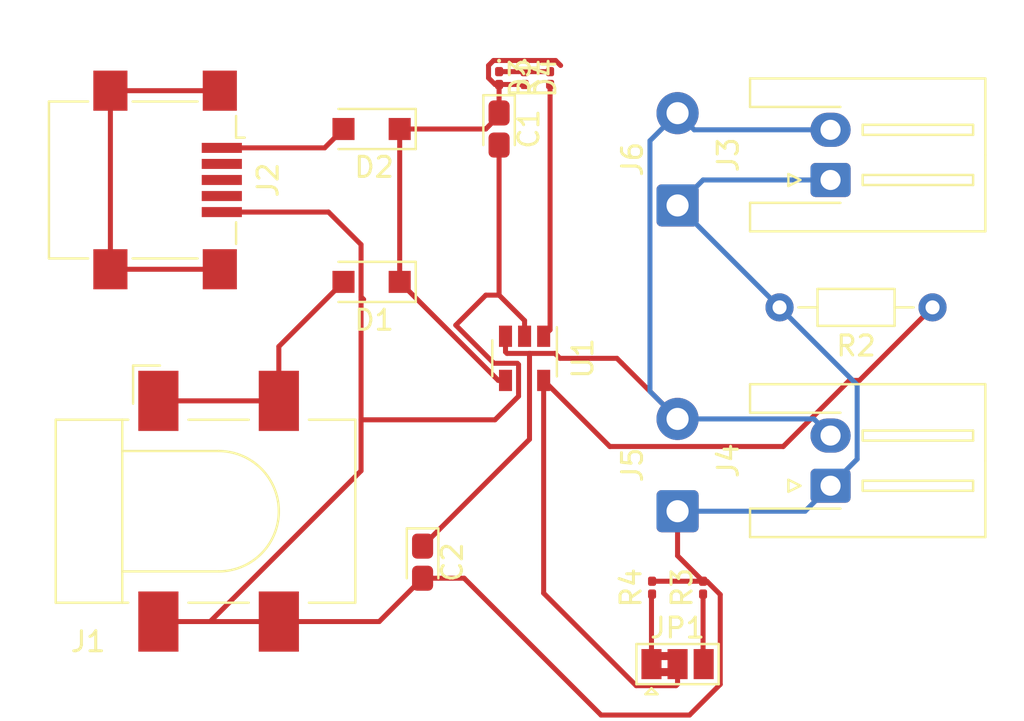
<source format=kicad_pcb>
(kicad_pcb (version 20171130) (host pcbnew "(5.1.10)-1")

  (general
    (thickness 1.6)
    (drawings 0)
    (tracks 98)
    (zones 0)
    (modules 18)
    (nets 15)
  )

  (page A4)
  (layers
    (0 F.Cu signal)
    (31 B.Cu signal)
    (32 B.Adhes user)
    (33 F.Adhes user)
    (34 B.Paste user)
    (35 F.Paste user)
    (36 B.SilkS user)
    (37 F.SilkS user)
    (38 B.Mask user)
    (39 F.Mask user)
    (40 Dwgs.User user)
    (41 Cmts.User user)
    (42 Eco1.User user)
    (43 Eco2.User user)
    (44 Edge.Cuts user)
    (45 Margin user)
    (46 B.CrtYd user)
    (47 F.CrtYd user)
    (48 B.Fab user)
    (49 F.Fab user)
  )

  (setup
    (last_trace_width 0.25)
    (trace_clearance 0.2)
    (zone_clearance 0.508)
    (zone_45_only no)
    (trace_min 0.2)
    (via_size 0.8)
    (via_drill 0.4)
    (via_min_size 0.4)
    (via_min_drill 0.3)
    (uvia_size 0.3)
    (uvia_drill 0.1)
    (uvias_allowed no)
    (uvia_min_size 0.2)
    (uvia_min_drill 0.1)
    (edge_width 0.05)
    (segment_width 0.2)
    (pcb_text_width 0.3)
    (pcb_text_size 1.5 1.5)
    (mod_edge_width 0.12)
    (mod_text_size 1 1)
    (mod_text_width 0.15)
    (pad_size 1.524 1.524)
    (pad_drill 0.762)
    (pad_to_mask_clearance 0)
    (aux_axis_origin 0 0)
    (visible_elements FFFFFF7F)
    (pcbplotparams
      (layerselection 0x010fc_ffffffff)
      (usegerberextensions false)
      (usegerberattributes true)
      (usegerberadvancedattributes true)
      (creategerberjobfile true)
      (excludeedgelayer true)
      (linewidth 0.100000)
      (plotframeref false)
      (viasonmask false)
      (mode 1)
      (useauxorigin false)
      (hpglpennumber 1)
      (hpglpenspeed 20)
      (hpglpendiameter 15.000000)
      (psnegative false)
      (psa4output false)
      (plotreference true)
      (plotvalue true)
      (plotinvisibletext false)
      (padsonsilk false)
      (subtractmaskfromsilk false)
      (outputformat 1)
      (mirror false)
      (drillshape 1)
      (scaleselection 1)
      (outputdirectory ""))
  )

  (net 0 "")
  (net 1 "Net-(C1-Pad1)")
  (net 2 Earth)
  (net 3 "Net-(C2-Pad1)")
  (net 4 "Net-(D1-Pad2)")
  (net 5 "Net-(D2-Pad2)")
  (net 6 "Net-(D3-Pad1)")
  (net 7 "Net-(J2-Pad2)")
  (net 8 "Net-(J2-Pad3)")
  (net 9 "Net-(J2-Pad4)")
  (net 10 "Net-(J2-Pad6)")
  (net 11 "Net-(JP1-Pad1)")
  (net 12 "Net-(JP1-Pad3)")
  (net 13 "Net-(JP1-Pad2)")
  (net 14 "Net-(R1-Pad1)")

  (net_class Default "This is the default net class."
    (clearance 0.2)
    (trace_width 0.25)
    (via_dia 0.8)
    (via_drill 0.4)
    (uvia_dia 0.3)
    (uvia_drill 0.1)
    (add_net Earth)
    (add_net "Net-(C1-Pad1)")
    (add_net "Net-(C2-Pad1)")
    (add_net "Net-(D1-Pad2)")
    (add_net "Net-(D2-Pad2)")
    (add_net "Net-(D3-Pad1)")
    (add_net "Net-(J2-Pad2)")
    (add_net "Net-(J2-Pad3)")
    (add_net "Net-(J2-Pad4)")
    (add_net "Net-(J2-Pad6)")
    (add_net "Net-(JP1-Pad1)")
    (add_net "Net-(JP1-Pad2)")
    (add_net "Net-(JP1-Pad3)")
    (add_net "Net-(R1-Pad1)")
  )

  (module Capacitor_Tantalum_SMD:CP_EIA-1608-08_AVX-J_Pad1.25x1.05mm_HandSolder (layer F.Cu) (tedit 5EBA9318) (tstamp 610F67AD)
    (at 196.85 134.62 270)
    (descr "Tantalum Capacitor SMD AVX-J (1608-08 Metric), IPC_7351 nominal, (Body size from: https://www.vishay.com/docs/48064/_t58_vmn_pt0471_1601.pdf), generated with kicad-footprint-generator")
    (tags "capacitor tantalum")
    (path /610E3DF0)
    (attr smd)
    (fp_text reference C1 (at 0 -1.48 90) (layer F.SilkS)
      (effects (font (size 1 1) (thickness 0.15)))
    )
    (fp_text value 1.7uF (at 0 1.48 90) (layer F.Fab)
      (effects (font (size 1 1) (thickness 0.15)))
    )
    (fp_line (start 1.68 0.78) (end -1.68 0.78) (layer F.CrtYd) (width 0.05))
    (fp_line (start 1.68 -0.78) (end 1.68 0.78) (layer F.CrtYd) (width 0.05))
    (fp_line (start -1.68 -0.78) (end 1.68 -0.78) (layer F.CrtYd) (width 0.05))
    (fp_line (start -1.68 0.78) (end -1.68 -0.78) (layer F.CrtYd) (width 0.05))
    (fp_line (start -1.685 0.785) (end 0.8 0.785) (layer F.SilkS) (width 0.12))
    (fp_line (start -1.685 -0.785) (end -1.685 0.785) (layer F.SilkS) (width 0.12))
    (fp_line (start 0.8 -0.785) (end -1.685 -0.785) (layer F.SilkS) (width 0.12))
    (fp_line (start 0.8 0.425) (end 0.8 -0.425) (layer F.Fab) (width 0.1))
    (fp_line (start -0.8 0.425) (end 0.8 0.425) (layer F.Fab) (width 0.1))
    (fp_line (start -0.8 -0.125) (end -0.8 0.425) (layer F.Fab) (width 0.1))
    (fp_line (start -0.5 -0.425) (end -0.8 -0.125) (layer F.Fab) (width 0.1))
    (fp_line (start 0.8 -0.425) (end -0.5 -0.425) (layer F.Fab) (width 0.1))
    (fp_text user %R (at 0 0 90) (layer F.Fab)
      (effects (font (size 0.4 0.4) (thickness 0.06)))
    )
    (pad 1 smd roundrect (at -0.8 0 270) (size 1.25 1.05) (layers F.Cu F.Paste F.Mask) (roundrect_rratio 0.238095)
      (net 1 "Net-(C1-Pad1)"))
    (pad 2 smd roundrect (at 0.8 0 270) (size 1.25 1.05) (layers F.Cu F.Paste F.Mask) (roundrect_rratio 0.238095)
      (net 2 Earth))
    (model ${KISYS3DMOD}/Capacitor_Tantalum_SMD.3dshapes/CP_EIA-1608-08_AVX-J.wrl
      (at (xyz 0 0 0))
      (scale (xyz 1 1 1))
      (rotate (xyz 0 0 0))
    )
  )

  (module Capacitor_Tantalum_SMD:CP_EIA-1608-08_AVX-J_Pad1.25x1.05mm_HandSolder (layer F.Cu) (tedit 5EBA9318) (tstamp 610F67C0)
    (at 193.04 156.21 270)
    (descr "Tantalum Capacitor SMD AVX-J (1608-08 Metric), IPC_7351 nominal, (Body size from: https://www.vishay.com/docs/48064/_t58_vmn_pt0471_1601.pdf), generated with kicad-footprint-generator")
    (tags "capacitor tantalum")
    (path /610EB361)
    (attr smd)
    (fp_text reference C2 (at 0 -1.48 90) (layer F.SilkS)
      (effects (font (size 1 1) (thickness 0.15)))
    )
    (fp_text value 4.7uF (at 0 1.48 90) (layer F.Fab)
      (effects (font (size 1 1) (thickness 0.15)))
    )
    (fp_text user %R (at 0 0 90) (layer F.Fab)
      (effects (font (size 0.4 0.4) (thickness 0.06)))
    )
    (fp_line (start 0.8 -0.425) (end -0.5 -0.425) (layer F.Fab) (width 0.1))
    (fp_line (start -0.5 -0.425) (end -0.8 -0.125) (layer F.Fab) (width 0.1))
    (fp_line (start -0.8 -0.125) (end -0.8 0.425) (layer F.Fab) (width 0.1))
    (fp_line (start -0.8 0.425) (end 0.8 0.425) (layer F.Fab) (width 0.1))
    (fp_line (start 0.8 0.425) (end 0.8 -0.425) (layer F.Fab) (width 0.1))
    (fp_line (start 0.8 -0.785) (end -1.685 -0.785) (layer F.SilkS) (width 0.12))
    (fp_line (start -1.685 -0.785) (end -1.685 0.785) (layer F.SilkS) (width 0.12))
    (fp_line (start -1.685 0.785) (end 0.8 0.785) (layer F.SilkS) (width 0.12))
    (fp_line (start -1.68 0.78) (end -1.68 -0.78) (layer F.CrtYd) (width 0.05))
    (fp_line (start -1.68 -0.78) (end 1.68 -0.78) (layer F.CrtYd) (width 0.05))
    (fp_line (start 1.68 -0.78) (end 1.68 0.78) (layer F.CrtYd) (width 0.05))
    (fp_line (start 1.68 0.78) (end -1.68 0.78) (layer F.CrtYd) (width 0.05))
    (pad 2 smd roundrect (at 0.8 0 270) (size 1.25 1.05) (layers F.Cu F.Paste F.Mask) (roundrect_rratio 0.238095)
      (net 2 Earth))
    (pad 1 smd roundrect (at -0.8 0 270) (size 1.25 1.05) (layers F.Cu F.Paste F.Mask) (roundrect_rratio 0.238095)
      (net 3 "Net-(C2-Pad1)"))
    (model ${KISYS3DMOD}/Capacitor_Tantalum_SMD.3dshapes/CP_EIA-1608-08_AVX-J.wrl
      (at (xyz 0 0 0))
      (scale (xyz 1 1 1))
      (rotate (xyz 0 0 0))
    )
  )

  (module Diode_SMD:D_SOD-123F (layer F.Cu) (tedit 587F7769) (tstamp 610F67D9)
    (at 190.5 142.24 180)
    (descr D_SOD-123F)
    (tags D_SOD-123F)
    (path /610E83E5)
    (attr smd)
    (fp_text reference D1 (at -0.127 -1.905) (layer F.SilkS)
      (effects (font (size 1 1) (thickness 0.15)))
    )
    (fp_text value MBRA140 (at 0 2.1) (layer F.Fab)
      (effects (font (size 1 1) (thickness 0.15)))
    )
    (fp_text user %R (at -0.127 -1.905) (layer F.Fab)
      (effects (font (size 1 1) (thickness 0.15)))
    )
    (fp_line (start -2.2 -1) (end -2.2 1) (layer F.SilkS) (width 0.12))
    (fp_line (start 0.25 0) (end 0.75 0) (layer F.Fab) (width 0.1))
    (fp_line (start 0.25 0.4) (end -0.35 0) (layer F.Fab) (width 0.1))
    (fp_line (start 0.25 -0.4) (end 0.25 0.4) (layer F.Fab) (width 0.1))
    (fp_line (start -0.35 0) (end 0.25 -0.4) (layer F.Fab) (width 0.1))
    (fp_line (start -0.35 0) (end -0.35 0.55) (layer F.Fab) (width 0.1))
    (fp_line (start -0.35 0) (end -0.35 -0.55) (layer F.Fab) (width 0.1))
    (fp_line (start -0.75 0) (end -0.35 0) (layer F.Fab) (width 0.1))
    (fp_line (start -1.4 0.9) (end -1.4 -0.9) (layer F.Fab) (width 0.1))
    (fp_line (start 1.4 0.9) (end -1.4 0.9) (layer F.Fab) (width 0.1))
    (fp_line (start 1.4 -0.9) (end 1.4 0.9) (layer F.Fab) (width 0.1))
    (fp_line (start -1.4 -0.9) (end 1.4 -0.9) (layer F.Fab) (width 0.1))
    (fp_line (start -2.2 -1.15) (end 2.2 -1.15) (layer F.CrtYd) (width 0.05))
    (fp_line (start 2.2 -1.15) (end 2.2 1.15) (layer F.CrtYd) (width 0.05))
    (fp_line (start 2.2 1.15) (end -2.2 1.15) (layer F.CrtYd) (width 0.05))
    (fp_line (start -2.2 -1.15) (end -2.2 1.15) (layer F.CrtYd) (width 0.05))
    (fp_line (start -2.2 1) (end 1.65 1) (layer F.SilkS) (width 0.12))
    (fp_line (start -2.2 -1) (end 1.65 -1) (layer F.SilkS) (width 0.12))
    (pad 2 smd rect (at 1.4 0 180) (size 1.1 1.1) (layers F.Cu F.Paste F.Mask)
      (net 4 "Net-(D1-Pad2)"))
    (pad 1 smd rect (at -1.4 0 180) (size 1.1 1.1) (layers F.Cu F.Paste F.Mask)
      (net 1 "Net-(C1-Pad1)"))
    (model ${KISYS3DMOD}/Diode_SMD.3dshapes/D_SOD-123F.wrl
      (at (xyz 0 0 0))
      (scale (xyz 1 1 1))
      (rotate (xyz 0 0 0))
    )
  )

  (module Diode_SMD:D_SOD-123F (layer F.Cu) (tedit 587F7769) (tstamp 610F67F2)
    (at 190.5 134.62 180)
    (descr D_SOD-123F)
    (tags D_SOD-123F)
    (path /610E2532)
    (attr smd)
    (fp_text reference D2 (at -0.127 -1.905) (layer F.SilkS)
      (effects (font (size 1 1) (thickness 0.15)))
    )
    (fp_text value MBRA140 (at 0 2.1) (layer F.Fab)
      (effects (font (size 1 1) (thickness 0.15)))
    )
    (fp_line (start -2.2 -1) (end 1.65 -1) (layer F.SilkS) (width 0.12))
    (fp_line (start -2.2 1) (end 1.65 1) (layer F.SilkS) (width 0.12))
    (fp_line (start -2.2 -1.15) (end -2.2 1.15) (layer F.CrtYd) (width 0.05))
    (fp_line (start 2.2 1.15) (end -2.2 1.15) (layer F.CrtYd) (width 0.05))
    (fp_line (start 2.2 -1.15) (end 2.2 1.15) (layer F.CrtYd) (width 0.05))
    (fp_line (start -2.2 -1.15) (end 2.2 -1.15) (layer F.CrtYd) (width 0.05))
    (fp_line (start -1.4 -0.9) (end 1.4 -0.9) (layer F.Fab) (width 0.1))
    (fp_line (start 1.4 -0.9) (end 1.4 0.9) (layer F.Fab) (width 0.1))
    (fp_line (start 1.4 0.9) (end -1.4 0.9) (layer F.Fab) (width 0.1))
    (fp_line (start -1.4 0.9) (end -1.4 -0.9) (layer F.Fab) (width 0.1))
    (fp_line (start -0.75 0) (end -0.35 0) (layer F.Fab) (width 0.1))
    (fp_line (start -0.35 0) (end -0.35 -0.55) (layer F.Fab) (width 0.1))
    (fp_line (start -0.35 0) (end -0.35 0.55) (layer F.Fab) (width 0.1))
    (fp_line (start -0.35 0) (end 0.25 -0.4) (layer F.Fab) (width 0.1))
    (fp_line (start 0.25 -0.4) (end 0.25 0.4) (layer F.Fab) (width 0.1))
    (fp_line (start 0.25 0.4) (end -0.35 0) (layer F.Fab) (width 0.1))
    (fp_line (start 0.25 0) (end 0.75 0) (layer F.Fab) (width 0.1))
    (fp_line (start -2.2 -1) (end -2.2 1) (layer F.SilkS) (width 0.12))
    (fp_text user %R (at -0.127 -1.905) (layer F.Fab)
      (effects (font (size 1 1) (thickness 0.15)))
    )
    (pad 1 smd rect (at -1.4 0 180) (size 1.1 1.1) (layers F.Cu F.Paste F.Mask)
      (net 1 "Net-(C1-Pad1)"))
    (pad 2 smd rect (at 1.4 0 180) (size 1.1 1.1) (layers F.Cu F.Paste F.Mask)
      (net 5 "Net-(D2-Pad2)"))
    (model ${KISYS3DMOD}/Diode_SMD.3dshapes/D_SOD-123F.wrl
      (at (xyz 0 0 0))
      (scale (xyz 1 1 1))
      (rotate (xyz 0 0 0))
    )
  )

  (module LED_SMD:LED_0201_0603Metric (layer F.Cu) (tedit 5F68FEF1) (tstamp 610F6806)
    (at 196.85 132.08 270)
    (descr "LED SMD 0201 (0603 Metric), square (rectangular) end terminal, IPC_7351 nominal, (Body size source: https://www.vishay.com/docs/20052/crcw0201e3.pdf), generated with kicad-footprint-generator")
    (tags LED)
    (path /610E5548)
    (clearance 0.18)
    (attr smd)
    (fp_text reference D3 (at 0 -1.05 90) (layer F.SilkS)
      (effects (font (size 1 1) (thickness 0.15)))
    )
    (fp_text value DNP (at 0 1.27 90) (layer F.Fab)
      (effects (font (size 1 1) (thickness 0.15)))
    )
    (fp_line (start 0.7 0.35) (end -0.7 0.35) (layer F.CrtYd) (width 0.05))
    (fp_line (start 0.7 -0.35) (end 0.7 0.35) (layer F.CrtYd) (width 0.05))
    (fp_line (start -0.7 -0.35) (end 0.7 -0.35) (layer F.CrtYd) (width 0.05))
    (fp_line (start -0.7 0.35) (end -0.7 -0.35) (layer F.CrtYd) (width 0.05))
    (fp_line (start -0.1 0.15) (end -0.1 -0.15) (layer F.Fab) (width 0.1))
    (fp_line (start -0.2 0.15) (end -0.2 -0.15) (layer F.Fab) (width 0.1))
    (fp_line (start 0.3 0.15) (end -0.3 0.15) (layer F.Fab) (width 0.1))
    (fp_line (start 0.3 -0.15) (end 0.3 0.15) (layer F.Fab) (width 0.1))
    (fp_line (start -0.3 -0.15) (end 0.3 -0.15) (layer F.Fab) (width 0.1))
    (fp_line (start -0.3 0.15) (end -0.3 -0.15) (layer F.Fab) (width 0.1))
    (fp_circle (center -0.86 0) (end -0.81 0) (layer F.SilkS) (width 0.1))
    (fp_text user %R (at 0 -0.68 90) (layer F.Fab)
      (effects (font (size 0.25 0.25) (thickness 0.04)))
    )
    (pad "" smd roundrect (at -0.345 0 270) (size 0.318 0.36) (layers F.Paste) (roundrect_rratio 0.25))
    (pad "" smd roundrect (at 0.345 0 270) (size 0.318 0.36) (layers F.Paste) (roundrect_rratio 0.25))
    (pad 1 smd roundrect (at -0.32 0 270) (size 0.46 0.4) (layers F.Cu F.Mask) (roundrect_rratio 0.25)
      (net 6 "Net-(D3-Pad1)"))
    (pad 2 smd roundrect (at 0.32 0 270) (size 0.46 0.4) (layers F.Cu F.Mask) (roundrect_rratio 0.25)
      (net 1 "Net-(C1-Pad1)"))
    (model ${KISYS3DMOD}/LED_SMD.3dshapes/LED_0201_0603Metric.wrl
      (at (xyz 0 0 0))
      (scale (xyz 1 1 1))
      (rotate (xyz 0 0 0))
    )
  )

  (module LED_SMD:LED_0201_0603Metric (layer F.Cu) (tedit 5F68FEF1) (tstamp 610F681A)
    (at 198.12 132.08 270)
    (descr "LED SMD 0201 (0603 Metric), square (rectangular) end terminal, IPC_7351 nominal, (Body size source: https://www.vishay.com/docs/20052/crcw0201e3.pdf), generated with kicad-footprint-generator")
    (tags LED)
    (path /610E6075)
    (clearance 0.18)
    (attr smd)
    (fp_text reference D4 (at 0 -1.05 90) (layer F.SilkS)
      (effects (font (size 1 1) (thickness 0.15)))
    )
    (fp_text value RED (at 0 1.05 90) (layer F.Fab)
      (effects (font (size 1 1) (thickness 0.15)))
    )
    (fp_text user %R (at 0 -0.68 90) (layer F.Fab)
      (effects (font (size 0.25 0.25) (thickness 0.04)))
    )
    (fp_circle (center -0.86 0) (end -0.81 0) (layer F.SilkS) (width 0.1))
    (fp_line (start -0.3 0.15) (end -0.3 -0.15) (layer F.Fab) (width 0.1))
    (fp_line (start -0.3 -0.15) (end 0.3 -0.15) (layer F.Fab) (width 0.1))
    (fp_line (start 0.3 -0.15) (end 0.3 0.15) (layer F.Fab) (width 0.1))
    (fp_line (start 0.3 0.15) (end -0.3 0.15) (layer F.Fab) (width 0.1))
    (fp_line (start -0.2 0.15) (end -0.2 -0.15) (layer F.Fab) (width 0.1))
    (fp_line (start -0.1 0.15) (end -0.1 -0.15) (layer F.Fab) (width 0.1))
    (fp_line (start -0.7 0.35) (end -0.7 -0.35) (layer F.CrtYd) (width 0.05))
    (fp_line (start -0.7 -0.35) (end 0.7 -0.35) (layer F.CrtYd) (width 0.05))
    (fp_line (start 0.7 -0.35) (end 0.7 0.35) (layer F.CrtYd) (width 0.05))
    (fp_line (start 0.7 0.35) (end -0.7 0.35) (layer F.CrtYd) (width 0.05))
    (pad 2 smd roundrect (at 0.32 0 270) (size 0.46 0.4) (layers F.Cu F.Mask) (roundrect_rratio 0.25)
      (net 1 "Net-(C1-Pad1)"))
    (pad 1 smd roundrect (at -0.32 0 270) (size 0.46 0.4) (layers F.Cu F.Mask) (roundrect_rratio 0.25)
      (net 6 "Net-(D3-Pad1)"))
    (pad "" smd roundrect (at 0.345 0 270) (size 0.318 0.36) (layers F.Paste) (roundrect_rratio 0.25))
    (pad "" smd roundrect (at -0.345 0 270) (size 0.318 0.36) (layers F.Paste) (roundrect_rratio 0.25))
    (model ${KISYS3DMOD}/LED_SMD.3dshapes/LED_0201_0603Metric.wrl
      (at (xyz 0 0 0))
      (scale (xyz 1 1 1))
      (rotate (xyz 0 0 0))
    )
  )

  (module Connector_BarrelJack:BarrelJack_CLIFF_FC681465S_SMT_Horizontal (layer F.Cu) (tedit 5E73DD84) (tstamp 610F683E)
    (at 182.88 153.67)
    (descr "Surface-mount DC Barrel Jack, https://www.cliffuk.co.uk/products/dcconnectors/FC681465S.pdf")
    (tags "Power Jack SMT")
    (path /610ED4F8)
    (attr smd)
    (fp_text reference J1 (at -6.5 6.5 180) (layer F.SilkS)
      (effects (font (size 1 1) (thickness 0.15)))
    )
    (fp_text value POWER_JACKSMD (at -0.5 8.5 180) (layer F.Fab)
      (effects (font (size 1 1) (thickness 0.15)))
    )
    (fp_line (start -4.26 -7.26) (end -4.26 -5.36) (layer F.SilkS) (width 0.12))
    (fp_line (start -2.92 -7.26) (end -4.26 -7.26) (layer F.SilkS) (width 0.12))
    (fp_line (start -8 4.45) (end -8 -4.45) (layer F.Fab) (width 0.1))
    (fp_line (start -2 -4.45) (end 6.7 -4.45) (layer F.Fab) (width 0.1))
    (fp_line (start 6.7 4.45) (end 6.7 -4.45) (layer F.Fab) (width 0.1))
    (fp_line (start -8 4.45) (end 6.7 4.45) (layer F.Fab) (width 0.1))
    (fp_line (start -8.11 -4.56) (end -4.5 -4.56) (layer F.SilkS) (width 0.12))
    (fp_line (start 6.81 4.56) (end 6.81 -4.56) (layer F.SilkS) (width 0.12))
    (fp_line (start -1.5 -4.56) (end 1.5 -4.56) (layer F.SilkS) (width 0.12))
    (fp_line (start 4.5 -4.56) (end 6.81 -4.56) (layer F.SilkS) (width 0.12))
    (fp_line (start 4.5 4.56) (end 6.81 4.56) (layer F.SilkS) (width 0.12))
    (fp_line (start -1.5 4.56) (end 1.5 4.56) (layer F.SilkS) (width 0.12))
    (fp_line (start -8.11 4.56) (end -4.5 4.56) (layer F.SilkS) (width 0.12))
    (fp_line (start -8.11 4.56) (end -8.11 -4.56) (layer F.SilkS) (width 0.12))
    (fp_line (start -4.8 4.56) (end -4.8 -4.56) (layer F.SilkS) (width 0.12))
    (fp_line (start -4.8 -3) (end 0 -3) (layer F.SilkS) (width 0.12))
    (fp_line (start -4.8 3) (end 0 3) (layer F.SilkS) (width 0.12))
    (fp_line (start -8.5 7.5) (end 7.2 7.5) (layer F.CrtYd) (width 0.05))
    (fp_line (start 7.2 7.5) (end 7.2 -7.5) (layer F.CrtYd) (width 0.05))
    (fp_line (start -8.5 -7.5) (end 7.2 -7.5) (layer F.CrtYd) (width 0.05))
    (fp_line (start -8.5 7.5) (end -8.5 -7.5) (layer F.CrtYd) (width 0.05))
    (fp_line (start -8 -4.45) (end -4 -4.45) (layer F.Fab) (width 0.1))
    (fp_line (start -4 -4.45) (end -3 -3.5) (layer F.Fab) (width 0.1))
    (fp_line (start -3 -3.5) (end -2 -4.45) (layer F.Fab) (width 0.1))
    (fp_arc (start 0 0) (end 0 3) (angle -180) (layer F.SilkS) (width 0.12))
    (fp_text user %R (at -0.5 0.5 180) (layer F.Fab)
      (effects (font (size 1 1) (thickness 0.15)))
    )
    (pad "" np_thru_hole oval (at -2.9 0 90) (size 2 1.5) (drill oval 2 1.5) (layers *.Cu *.Mask))
    (pad "" np_thru_hole circle (at 1.5 0 90) (size 2 2) (drill 2) (layers *.Cu *.Mask))
    (pad 1 smd rect (at -3 -5.5 90) (size 3 2) (layers F.Cu F.Paste F.Mask)
      (net 4 "Net-(D1-Pad2)"))
    (pad 1 smd rect (at 3 -5.5 90) (size 3 2) (layers F.Cu F.Paste F.Mask)
      (net 4 "Net-(D1-Pad2)"))
    (pad 2 smd rect (at 3 5.5 90) (size 3 2) (layers F.Cu F.Paste F.Mask)
      (net 2 Earth))
    (pad 3 smd rect (at -3 5.5 90) (size 3 2) (layers F.Cu F.Paste F.Mask)
      (net 2 Earth))
    (model ${KISYS3DMOD}/Connector_BarrelJack.3dshapes/BarrelJack_CLIFF_FC681465S_SMT_Horizontal.wrl
      (at (xyz 0 0 0))
      (scale (xyz 1 1 1))
      (rotate (xyz 0 0 0))
    )
  )

  (module Connector_USB:USB_Mini-B_Lumberg_2486_01_Horizontal (layer F.Cu) (tedit 5AC6B535) (tstamp 610F6870)
    (at 180.34 137.16 270)
    (descr "USB Mini-B 5-pin SMD connector, http://downloads.lumberg.com/datenblaetter/en/2486_01.pdf")
    (tags "USB USB_B USB_Mini connector")
    (path /610DF70B)
    (attr smd)
    (fp_text reference J2 (at 0 -5 90) (layer F.SilkS)
      (effects (font (size 1 1) (thickness 0.15)))
    )
    (fp_text value USB_B_Micro (at 0 7.5 90) (layer F.Fab)
      (effects (font (size 1 1) (thickness 0.15)))
    )
    (fp_line (start -4.35 6.35) (end -4.35 4.2) (layer F.CrtYd) (width 0.05))
    (fp_line (start -4.35 4.2) (end -5.95 4.2) (layer F.CrtYd) (width 0.05))
    (fp_line (start -5.95 1.5) (end -5.95 4.2) (layer F.CrtYd) (width 0.05))
    (fp_line (start -4.35 1.5) (end -5.95 1.5) (layer F.CrtYd) (width 0.05))
    (fp_line (start -4.35 -1.25) (end -4.35 1.5) (layer F.CrtYd) (width 0.05))
    (fp_line (start -4.35 -1.25) (end -5.95 -1.25) (layer F.CrtYd) (width 0.05))
    (fp_line (start -5.95 -3.95) (end -5.95 -1.25) (layer F.CrtYd) (width 0.05))
    (fp_line (start -5.95 -3.95) (end -2.35 -3.95) (layer F.CrtYd) (width 0.05))
    (fp_line (start -2.35 -3.95) (end -2.35 -4.2) (layer F.CrtYd) (width 0.05))
    (fp_line (start 5.95 -3.95) (end 5.95 -1.25) (layer F.CrtYd) (width 0.05))
    (fp_line (start 4.35 -1.25) (end 5.95 -1.25) (layer F.CrtYd) (width 0.05))
    (fp_line (start 4.35 -1.25) (end 4.35 1.5) (layer F.CrtYd) (width 0.05))
    (fp_line (start -1.95 -3.35) (end -1.6 -2.85) (layer F.Fab) (width 0.1))
    (fp_line (start 5.95 1.5) (end 5.95 4.2) (layer F.CrtYd) (width 0.05))
    (fp_line (start 5.95 -3.95) (end 2.35 -3.95) (layer F.CrtYd) (width 0.05))
    (fp_line (start -4.35 6.35) (end 4.35 6.35) (layer F.CrtYd) (width 0.05))
    (fp_line (start -3.85 -3.35) (end 3.85 -3.35) (layer F.Fab) (width 0.1))
    (fp_line (start -3.85 -3.35) (end -3.85 5.85) (layer F.Fab) (width 0.1))
    (fp_line (start -3.85 5.85) (end 3.85 5.85) (layer F.Fab) (width 0.1))
    (fp_line (start 3.85 5.85) (end 3.85 -3.35) (layer F.Fab) (width 0.1))
    (fp_line (start -3.91 5.91) (end -3.91 3.96) (layer F.SilkS) (width 0.12))
    (fp_line (start -3.91 1.74) (end -3.91 -1.49) (layer F.SilkS) (width 0.12))
    (fp_line (start -3.19 -3.41) (end -2.11 -3.41) (layer F.SilkS) (width 0.12))
    (fp_line (start 2.11 -3.41) (end 3.19 -3.41) (layer F.SilkS) (width 0.12))
    (fp_line (start 3.91 1.74) (end 3.91 -1.49) (layer F.SilkS) (width 0.12))
    (fp_line (start 3.91 5.91) (end 3.91 3.96) (layer F.SilkS) (width 0.12))
    (fp_line (start -2.11 -3.41) (end -2.11 -3.84) (layer F.SilkS) (width 0.12))
    (fp_line (start -1.6 -2.85) (end -1.25 -3.35) (layer F.Fab) (width 0.1))
    (fp_line (start 3.91 5.91) (end -3.91 5.91) (layer F.SilkS) (width 0.12))
    (fp_line (start 4.35 6.35) (end 4.35 4.2) (layer F.CrtYd) (width 0.05))
    (fp_line (start 4.35 4.2) (end 5.95 4.2) (layer F.CrtYd) (width 0.05))
    (fp_line (start 4.35 1.5) (end 5.95 1.5) (layer F.CrtYd) (width 0.05))
    (fp_line (start 2.35 -3.95) (end 2.35 -4.2) (layer F.CrtYd) (width 0.05))
    (fp_line (start 2.35 -4.2) (end -2.35 -4.2) (layer F.CrtYd) (width 0.05))
    (fp_text user %R (at 0 1.6 270) (layer F.Fab)
      (effects (font (size 1 1) (thickness 0.15)))
    )
    (pad 1 smd rect (at -1.6 -2.7 270) (size 0.5 2) (layers F.Cu F.Paste F.Mask)
      (net 5 "Net-(D2-Pad2)"))
    (pad 2 smd rect (at -0.8 -2.7 270) (size 0.5 2) (layers F.Cu F.Paste F.Mask)
      (net 7 "Net-(J2-Pad2)"))
    (pad 3 smd rect (at 0 -2.7 270) (size 0.5 2) (layers F.Cu F.Paste F.Mask)
      (net 8 "Net-(J2-Pad3)"))
    (pad 4 smd rect (at 0.8 -2.7 270) (size 0.5 2) (layers F.Cu F.Paste F.Mask)
      (net 9 "Net-(J2-Pad4)"))
    (pad 5 smd rect (at 1.6 -2.7 270) (size 0.5 2) (layers F.Cu F.Paste F.Mask)
      (net 2 Earth))
    (pad 6 smd rect (at -4.45 -2.6 270) (size 2 1.7) (layers F.Cu F.Paste F.Mask)
      (net 10 "Net-(J2-Pad6)"))
    (pad 6 smd rect (at -4.45 2.85 270) (size 2 1.7) (layers F.Cu F.Paste F.Mask)
      (net 10 "Net-(J2-Pad6)"))
    (pad 6 smd rect (at 4.45 -2.6 270) (size 2 1.7) (layers F.Cu F.Paste F.Mask)
      (net 10 "Net-(J2-Pad6)"))
    (pad 6 smd rect (at 4.45 2.85 270) (size 2 1.7) (layers F.Cu F.Paste F.Mask)
      (net 10 "Net-(J2-Pad6)"))
    (pad "" np_thru_hole circle (at -2.2 0 270) (size 1 1) (drill 1) (layers *.Cu *.Mask))
    (pad "" np_thru_hole circle (at 2.2 0 270) (size 1 1) (drill 1) (layers *.Cu *.Mask))
    (model ${KISYS3DMOD}/Connector_USB.3dshapes/USB_Mini-B_Lumberg_2486_01_Horizontal.wrl
      (at (xyz 0 0 0))
      (scale (xyz 1 1 1))
      (rotate (xyz 0 0 0))
    )
  )

  (module Connector_JST:JST_XH_S2B-XH-A-1_1x02_P2.50mm_Horizontal (layer F.Cu) (tedit 5C281476) (tstamp 610F689A)
    (at 213.36 137.16 90)
    (descr "JST XH series connector, S2B-XH-A-1 (http://www.jst-mfg.com/product/pdf/eng/eXH.pdf), generated with kicad-footprint-generator")
    (tags "connector JST XH horizontal")
    (path /611015EB)
    (fp_text reference J3 (at 1.25 -5.1 90) (layer F.SilkS)
      (effects (font (size 1 1) (thickness 0.15)))
    )
    (fp_text value Conn_01x02_Female (at 1.25 8.8 90) (layer F.Fab)
      (effects (font (size 1 1) (thickness 0.15)))
    )
    (fp_text user %R (at 1.25 1.85 90) (layer F.Fab)
      (effects (font (size 1 1) (thickness 0.15)))
    )
    (fp_line (start -2.95 -4.4) (end -2.95 8.1) (layer F.CrtYd) (width 0.05))
    (fp_line (start -2.95 8.1) (end 5.45 8.1) (layer F.CrtYd) (width 0.05))
    (fp_line (start 5.45 8.1) (end 5.45 -4.4) (layer F.CrtYd) (width 0.05))
    (fp_line (start 5.45 -4.4) (end -2.95 -4.4) (layer F.CrtYd) (width 0.05))
    (fp_line (start 1.25 7.71) (end -2.56 7.71) (layer F.SilkS) (width 0.12))
    (fp_line (start -2.56 7.71) (end -2.56 -4.01) (layer F.SilkS) (width 0.12))
    (fp_line (start -2.56 -4.01) (end -1.14 -4.01) (layer F.SilkS) (width 0.12))
    (fp_line (start -1.14 -4.01) (end -1.14 0.49) (layer F.SilkS) (width 0.12))
    (fp_line (start 1.25 7.71) (end 5.06 7.71) (layer F.SilkS) (width 0.12))
    (fp_line (start 5.06 7.71) (end 5.06 -4.01) (layer F.SilkS) (width 0.12))
    (fp_line (start 5.06 -4.01) (end 3.64 -4.01) (layer F.SilkS) (width 0.12))
    (fp_line (start 3.64 -4.01) (end 3.64 0.49) (layer F.SilkS) (width 0.12))
    (fp_line (start 1.25 7.6) (end -2.45 7.6) (layer F.Fab) (width 0.1))
    (fp_line (start -2.45 7.6) (end -2.45 -3.9) (layer F.Fab) (width 0.1))
    (fp_line (start -2.45 -3.9) (end -1.25 -3.9) (layer F.Fab) (width 0.1))
    (fp_line (start -1.25 -3.9) (end -1.25 0.6) (layer F.Fab) (width 0.1))
    (fp_line (start -1.25 0.6) (end 1.25 0.6) (layer F.Fab) (width 0.1))
    (fp_line (start 1.25 7.6) (end 4.95 7.6) (layer F.Fab) (width 0.1))
    (fp_line (start 4.95 7.6) (end 4.95 -3.9) (layer F.Fab) (width 0.1))
    (fp_line (start 4.95 -3.9) (end 3.75 -3.9) (layer F.Fab) (width 0.1))
    (fp_line (start 3.75 -3.9) (end 3.75 0.6) (layer F.Fab) (width 0.1))
    (fp_line (start 3.75 0.6) (end 1.25 0.6) (layer F.Fab) (width 0.1))
    (fp_line (start -0.25 1.6) (end -0.25 7.1) (layer F.SilkS) (width 0.12))
    (fp_line (start -0.25 7.1) (end 0.25 7.1) (layer F.SilkS) (width 0.12))
    (fp_line (start 0.25 7.1) (end 0.25 1.6) (layer F.SilkS) (width 0.12))
    (fp_line (start 0.25 1.6) (end -0.25 1.6) (layer F.SilkS) (width 0.12))
    (fp_line (start 2.25 1.6) (end 2.25 7.1) (layer F.SilkS) (width 0.12))
    (fp_line (start 2.25 7.1) (end 2.75 7.1) (layer F.SilkS) (width 0.12))
    (fp_line (start 2.75 7.1) (end 2.75 1.6) (layer F.SilkS) (width 0.12))
    (fp_line (start 2.75 1.6) (end 2.25 1.6) (layer F.SilkS) (width 0.12))
    (fp_line (start 0 -1.5) (end -0.3 -2.1) (layer F.SilkS) (width 0.12))
    (fp_line (start -0.3 -2.1) (end 0.3 -2.1) (layer F.SilkS) (width 0.12))
    (fp_line (start 0.3 -2.1) (end 0 -1.5) (layer F.SilkS) (width 0.12))
    (fp_line (start -0.625 0.6) (end 0 -0.4) (layer F.Fab) (width 0.1))
    (fp_line (start 0 -0.4) (end 0.625 0.6) (layer F.Fab) (width 0.1))
    (pad 2 thru_hole oval (at 2.5 0 90) (size 1.7 2) (drill 1) (layers *.Cu *.Mask)
      (net 3 "Net-(C2-Pad1)"))
    (pad 1 thru_hole roundrect (at 0 0 90) (size 1.7 2) (drill 1) (layers *.Cu *.Mask) (roundrect_rratio 0.147059)
      (net 2 Earth))
    (model ${KISYS3DMOD}/Connector_JST.3dshapes/JST_XH_S2B-XH-A-1_1x02_P2.50mm_Horizontal.wrl
      (at (xyz 0 0 0))
      (scale (xyz 1 1 1))
      (rotate (xyz 0 0 0))
    )
  )

  (module Connector_JST:JST_XH_S2B-XH-A-1_1x02_P2.50mm_Horizontal (layer F.Cu) (tedit 5C281476) (tstamp 610F68C4)
    (at 213.36 152.4 90)
    (descr "JST XH series connector, S2B-XH-A-1 (http://www.jst-mfg.com/product/pdf/eng/eXH.pdf), generated with kicad-footprint-generator")
    (tags "connector JST XH horizontal")
    (path /61100EBA)
    (fp_text reference J4 (at 1.25 -5.1 90) (layer F.SilkS)
      (effects (font (size 1 1) (thickness 0.15)))
    )
    (fp_text value Conn_01x02_Female (at 1.25 8.8 90) (layer F.Fab)
      (effects (font (size 1 1) (thickness 0.15)))
    )
    (fp_line (start 0 -0.4) (end 0.625 0.6) (layer F.Fab) (width 0.1))
    (fp_line (start -0.625 0.6) (end 0 -0.4) (layer F.Fab) (width 0.1))
    (fp_line (start 0.3 -2.1) (end 0 -1.5) (layer F.SilkS) (width 0.12))
    (fp_line (start -0.3 -2.1) (end 0.3 -2.1) (layer F.SilkS) (width 0.12))
    (fp_line (start 0 -1.5) (end -0.3 -2.1) (layer F.SilkS) (width 0.12))
    (fp_line (start 2.75 1.6) (end 2.25 1.6) (layer F.SilkS) (width 0.12))
    (fp_line (start 2.75 7.1) (end 2.75 1.6) (layer F.SilkS) (width 0.12))
    (fp_line (start 2.25 7.1) (end 2.75 7.1) (layer F.SilkS) (width 0.12))
    (fp_line (start 2.25 1.6) (end 2.25 7.1) (layer F.SilkS) (width 0.12))
    (fp_line (start 0.25 1.6) (end -0.25 1.6) (layer F.SilkS) (width 0.12))
    (fp_line (start 0.25 7.1) (end 0.25 1.6) (layer F.SilkS) (width 0.12))
    (fp_line (start -0.25 7.1) (end 0.25 7.1) (layer F.SilkS) (width 0.12))
    (fp_line (start -0.25 1.6) (end -0.25 7.1) (layer F.SilkS) (width 0.12))
    (fp_line (start 3.75 0.6) (end 1.25 0.6) (layer F.Fab) (width 0.1))
    (fp_line (start 3.75 -3.9) (end 3.75 0.6) (layer F.Fab) (width 0.1))
    (fp_line (start 4.95 -3.9) (end 3.75 -3.9) (layer F.Fab) (width 0.1))
    (fp_line (start 4.95 7.6) (end 4.95 -3.9) (layer F.Fab) (width 0.1))
    (fp_line (start 1.25 7.6) (end 4.95 7.6) (layer F.Fab) (width 0.1))
    (fp_line (start -1.25 0.6) (end 1.25 0.6) (layer F.Fab) (width 0.1))
    (fp_line (start -1.25 -3.9) (end -1.25 0.6) (layer F.Fab) (width 0.1))
    (fp_line (start -2.45 -3.9) (end -1.25 -3.9) (layer F.Fab) (width 0.1))
    (fp_line (start -2.45 7.6) (end -2.45 -3.9) (layer F.Fab) (width 0.1))
    (fp_line (start 1.25 7.6) (end -2.45 7.6) (layer F.Fab) (width 0.1))
    (fp_line (start 3.64 -4.01) (end 3.64 0.49) (layer F.SilkS) (width 0.12))
    (fp_line (start 5.06 -4.01) (end 3.64 -4.01) (layer F.SilkS) (width 0.12))
    (fp_line (start 5.06 7.71) (end 5.06 -4.01) (layer F.SilkS) (width 0.12))
    (fp_line (start 1.25 7.71) (end 5.06 7.71) (layer F.SilkS) (width 0.12))
    (fp_line (start -1.14 -4.01) (end -1.14 0.49) (layer F.SilkS) (width 0.12))
    (fp_line (start -2.56 -4.01) (end -1.14 -4.01) (layer F.SilkS) (width 0.12))
    (fp_line (start -2.56 7.71) (end -2.56 -4.01) (layer F.SilkS) (width 0.12))
    (fp_line (start 1.25 7.71) (end -2.56 7.71) (layer F.SilkS) (width 0.12))
    (fp_line (start 5.45 -4.4) (end -2.95 -4.4) (layer F.CrtYd) (width 0.05))
    (fp_line (start 5.45 8.1) (end 5.45 -4.4) (layer F.CrtYd) (width 0.05))
    (fp_line (start -2.95 8.1) (end 5.45 8.1) (layer F.CrtYd) (width 0.05))
    (fp_line (start -2.95 -4.4) (end -2.95 8.1) (layer F.CrtYd) (width 0.05))
    (fp_text user %R (at 1.25 1.85 90) (layer F.Fab)
      (effects (font (size 1 1) (thickness 0.15)))
    )
    (pad 1 thru_hole roundrect (at 0 0 90) (size 1.7 2) (drill 1) (layers *.Cu *.Mask) (roundrect_rratio 0.147059)
      (net 2 Earth))
    (pad 2 thru_hole oval (at 2.5 0 90) (size 1.7 2) (drill 1) (layers *.Cu *.Mask)
      (net 3 "Net-(C2-Pad1)"))
    (model ${KISYS3DMOD}/Connector_JST.3dshapes/JST_XH_S2B-XH-A-1_1x02_P2.50mm_Horizontal.wrl
      (at (xyz 0 0 0))
      (scale (xyz 1 1 1))
      (rotate (xyz 0 0 0))
    )
  )

  (module Connector_Wire:SolderWire-0.5sqmm_1x02_P4.6mm_D0.9mm_OD2.1mm (layer F.Cu) (tedit 5EB70B43) (tstamp 610F68D5)
    (at 205.74 153.67 90)
    (descr "Soldered wire connection, for 2 times 0.5 mm² wires, basic insulation, conductor diameter 0.9mm, outer diameter 2.1mm, size source Multi-Contact FLEXI-E 0.5 (https://ec.staubli.com/AcroFiles/Catalogues/TM_Cab-Main-11014119_(en)_hi.pdf), bend radius 3 times outer diameter, generated with kicad-footprint-generator")
    (tags "connector wire 0.5sqmm")
    (path /610FF1E9)
    (attr virtual)
    (fp_text reference J5 (at 2.3 -2.25 90) (layer F.SilkS)
      (effects (font (size 1 1) (thickness 0.15)))
    )
    (fp_text value Conn_01x02 (at 2.3 2.25 90) (layer F.Fab)
      (effects (font (size 1 1) (thickness 0.15)))
    )
    (fp_line (start 6.4 -1.55) (end 2.8 -1.55) (layer F.CrtYd) (width 0.05))
    (fp_line (start 6.4 1.55) (end 6.4 -1.55) (layer F.CrtYd) (width 0.05))
    (fp_line (start 2.8 1.55) (end 6.4 1.55) (layer F.CrtYd) (width 0.05))
    (fp_line (start 2.8 -1.55) (end 2.8 1.55) (layer F.CrtYd) (width 0.05))
    (fp_line (start 1.8 -1.55) (end -1.8 -1.55) (layer F.CrtYd) (width 0.05))
    (fp_line (start 1.8 1.55) (end 1.8 -1.55) (layer F.CrtYd) (width 0.05))
    (fp_line (start -1.8 1.55) (end 1.8 1.55) (layer F.CrtYd) (width 0.05))
    (fp_line (start -1.8 -1.55) (end -1.8 1.55) (layer F.CrtYd) (width 0.05))
    (fp_circle (center 4.6 0) (end 5.65 0) (layer F.Fab) (width 0.1))
    (fp_circle (center 0 0) (end 1.05 0) (layer F.Fab) (width 0.1))
    (fp_text user %R (at 2.3 0) (layer F.Fab)
      (effects (font (size 0.78 0.78) (thickness 0.12)))
    )
    (pad 1 thru_hole roundrect (at 0 0 90) (size 2.1 2.1) (drill 1.1) (layers *.Cu *.Mask) (roundrect_rratio 0.119048)
      (net 2 Earth))
    (pad 2 thru_hole circle (at 4.6 0 90) (size 2.1 2.1) (drill 1.1) (layers *.Cu *.Mask)
      (net 3 "Net-(C2-Pad1)"))
    (model ${KISYS3DMOD}/Connector_Wire.3dshapes/SolderWire-0.5sqmm_1x02_P4.6mm_D0.9mm_OD2.1mm.wrl
      (at (xyz 0 0 0))
      (scale (xyz 1 1 1))
      (rotate (xyz 0 0 0))
    )
  )

  (module Connector_Wire:SolderWire-0.5sqmm_1x02_P4.6mm_D0.9mm_OD2.1mm (layer F.Cu) (tedit 5EB70B43) (tstamp 610F68E6)
    (at 205.74 138.43 90)
    (descr "Soldered wire connection, for 2 times 0.5 mm² wires, basic insulation, conductor diameter 0.9mm, outer diameter 2.1mm, size source Multi-Contact FLEXI-E 0.5 (https://ec.staubli.com/AcroFiles/Catalogues/TM_Cab-Main-11014119_(en)_hi.pdf), bend radius 3 times outer diameter, generated with kicad-footprint-generator")
    (tags "connector wire 0.5sqmm")
    (path /610FF9B4)
    (attr virtual)
    (fp_text reference J6 (at 2.3 -2.25 90) (layer F.SilkS)
      (effects (font (size 1 1) (thickness 0.15)))
    )
    (fp_text value Conn_01x02 (at 2.3 2.25 90) (layer F.Fab)
      (effects (font (size 1 1) (thickness 0.15)))
    )
    (fp_text user %R (at 2.3 0) (layer F.Fab)
      (effects (font (size 0.78 0.78) (thickness 0.12)))
    )
    (fp_circle (center 0 0) (end 1.05 0) (layer F.Fab) (width 0.1))
    (fp_circle (center 4.6 0) (end 5.65 0) (layer F.Fab) (width 0.1))
    (fp_line (start -1.8 -1.55) (end -1.8 1.55) (layer F.CrtYd) (width 0.05))
    (fp_line (start -1.8 1.55) (end 1.8 1.55) (layer F.CrtYd) (width 0.05))
    (fp_line (start 1.8 1.55) (end 1.8 -1.55) (layer F.CrtYd) (width 0.05))
    (fp_line (start 1.8 -1.55) (end -1.8 -1.55) (layer F.CrtYd) (width 0.05))
    (fp_line (start 2.8 -1.55) (end 2.8 1.55) (layer F.CrtYd) (width 0.05))
    (fp_line (start 2.8 1.55) (end 6.4 1.55) (layer F.CrtYd) (width 0.05))
    (fp_line (start 6.4 1.55) (end 6.4 -1.55) (layer F.CrtYd) (width 0.05))
    (fp_line (start 6.4 -1.55) (end 2.8 -1.55) (layer F.CrtYd) (width 0.05))
    (pad 2 thru_hole circle (at 4.6 0 90) (size 2.1 2.1) (drill 1.1) (layers *.Cu *.Mask)
      (net 3 "Net-(C2-Pad1)"))
    (pad 1 thru_hole roundrect (at 0 0 90) (size 2.1 2.1) (drill 1.1) (layers *.Cu *.Mask) (roundrect_rratio 0.119048)
      (net 2 Earth))
    (model ${KISYS3DMOD}/Connector_Wire.3dshapes/SolderWire-0.5sqmm_1x02_P4.6mm_D0.9mm_OD2.1mm.wrl
      (at (xyz 0 0 0))
      (scale (xyz 1 1 1))
      (rotate (xyz 0 0 0))
    )
  )

  (module Jumper:SolderJumper-3_P1.3mm_Bridged2Bar12_Pad1.0x1.5mm (layer F.Cu) (tedit 5C756AFF) (tstamp 610F68FA)
    (at 205.74 161.29)
    (descr "SMD Solder 3-pad Jumper, 1x1.5mm Pads, 0.3mm gap, pads 1-2 Bridged2Bar with 2 copper strip")
    (tags "solder jumper open")
    (path /610F18A2)
    (attr virtual)
    (fp_text reference JP1 (at 0 -1.8) (layer F.SilkS)
      (effects (font (size 1 1) (thickness 0.15)))
    )
    (fp_text value SolderJumper_3_Bridged12 (at 0 2) (layer F.Fab)
      (effects (font (size 1 1) (thickness 0.15)))
    )
    (fp_poly (pts (xy -0.9 0.2) (xy -0.4 0.2) (xy -0.4 0.6) (xy -0.9 0.6)) (layer F.Cu) (width 0))
    (fp_poly (pts (xy -0.9 -0.6) (xy -0.4 -0.6) (xy -0.4 -0.2) (xy -0.9 -0.2)) (layer F.Cu) (width 0))
    (fp_line (start 2.3 1.25) (end -2.3 1.25) (layer F.CrtYd) (width 0.05))
    (fp_line (start 2.3 1.25) (end 2.3 -1.25) (layer F.CrtYd) (width 0.05))
    (fp_line (start -2.3 -1.25) (end -2.3 1.25) (layer F.CrtYd) (width 0.05))
    (fp_line (start -2.3 -1.25) (end 2.3 -1.25) (layer F.CrtYd) (width 0.05))
    (fp_line (start -2.05 -1) (end 2.05 -1) (layer F.SilkS) (width 0.12))
    (fp_line (start 2.05 -1) (end 2.05 1) (layer F.SilkS) (width 0.12))
    (fp_line (start 2.05 1) (end -2.05 1) (layer F.SilkS) (width 0.12))
    (fp_line (start -2.05 1) (end -2.05 -1) (layer F.SilkS) (width 0.12))
    (fp_line (start -1.3 1.2) (end -1.6 1.5) (layer F.SilkS) (width 0.12))
    (fp_line (start -1.6 1.5) (end -1 1.5) (layer F.SilkS) (width 0.12))
    (fp_line (start -1.3 1.2) (end -1 1.5) (layer F.SilkS) (width 0.12))
    (pad 1 smd rect (at -1.3 0) (size 1 1.5) (layers F.Cu F.Mask)
      (net 11 "Net-(JP1-Pad1)"))
    (pad 3 smd rect (at 1.3 0) (size 1 1.5) (layers F.Cu F.Mask)
      (net 12 "Net-(JP1-Pad3)"))
    (pad 2 smd rect (at 0 0) (size 1 1.5) (layers F.Cu F.Mask)
      (net 13 "Net-(JP1-Pad2)"))
  )

  (module Resistor_SMD:R_0201_0603Metric (layer F.Cu) (tedit 5F68FEEE) (tstamp 610F690B)
    (at 199.39 132.08 90)
    (descr "Resistor SMD 0201 (0603 Metric), square (rectangular) end terminal, IPC_7351 nominal, (Body size source: https://www.vishay.com/docs/20052/crcw0201e3.pdf), generated with kicad-footprint-generator")
    (tags resistor)
    (path /610E6C4C)
    (clearance 0.18)
    (attr smd)
    (fp_text reference R1 (at 0 -1.05 90) (layer F.SilkS)
      (effects (font (size 1 1) (thickness 0.15)))
    )
    (fp_text value 330 (at 0 1.05 90) (layer F.Fab)
      (effects (font (size 1 1) (thickness 0.15)))
    )
    (fp_text user %R (at 0 -0.68 90) (layer F.Fab)
      (effects (font (size 0.25 0.25) (thickness 0.04)))
    )
    (fp_line (start -0.3 0.15) (end -0.3 -0.15) (layer F.Fab) (width 0.1))
    (fp_line (start -0.3 -0.15) (end 0.3 -0.15) (layer F.Fab) (width 0.1))
    (fp_line (start 0.3 -0.15) (end 0.3 0.15) (layer F.Fab) (width 0.1))
    (fp_line (start 0.3 0.15) (end -0.3 0.15) (layer F.Fab) (width 0.1))
    (fp_line (start -0.7 0.35) (end -0.7 -0.35) (layer F.CrtYd) (width 0.05))
    (fp_line (start -0.7 -0.35) (end 0.7 -0.35) (layer F.CrtYd) (width 0.05))
    (fp_line (start 0.7 -0.35) (end 0.7 0.35) (layer F.CrtYd) (width 0.05))
    (fp_line (start 0.7 0.35) (end -0.7 0.35) (layer F.CrtYd) (width 0.05))
    (pad 2 smd roundrect (at 0.32 0 90) (size 0.46 0.4) (layers F.Cu F.Mask) (roundrect_rratio 0.25)
      (net 6 "Net-(D3-Pad1)"))
    (pad 1 smd roundrect (at -0.32 0 90) (size 0.46 0.4) (layers F.Cu F.Mask) (roundrect_rratio 0.25)
      (net 14 "Net-(R1-Pad1)"))
    (pad "" smd roundrect (at 0.345 0 90) (size 0.318 0.36) (layers F.Paste) (roundrect_rratio 0.25))
    (pad "" smd roundrect (at -0.345 0 90) (size 0.318 0.36) (layers F.Paste) (roundrect_rratio 0.25))
    (model ${KISYS3DMOD}/Resistor_SMD.3dshapes/R_0201_0603Metric.wrl
      (at (xyz 0 0 0))
      (scale (xyz 1 1 1))
      (rotate (xyz 0 0 0))
    )
  )

  (module Resistor_THT:R_Axial_DIN0204_L3.6mm_D1.6mm_P7.62mm_Horizontal (layer F.Cu) (tedit 5AE5139B) (tstamp 610F6922)
    (at 218.44 143.51 180)
    (descr "Resistor, Axial_DIN0204 series, Axial, Horizontal, pin pitch=7.62mm, 0.167W, length*diameter=3.6*1.6mm^2, http://cdn-reichelt.de/documents/datenblatt/B400/1_4W%23YAG.pdf")
    (tags "Resistor Axial_DIN0204 series Axial Horizontal pin pitch 7.62mm 0.167W length 3.6mm diameter 1.6mm")
    (path /610EA6A8)
    (fp_text reference R2 (at 3.81 -1.92) (layer F.SilkS)
      (effects (font (size 1 1) (thickness 0.15)))
    )
    (fp_text value PROG (at 3.81 1.92) (layer F.Fab)
      (effects (font (size 1 1) (thickness 0.15)))
    )
    (fp_line (start 8.57 -1.05) (end -0.95 -1.05) (layer F.CrtYd) (width 0.05))
    (fp_line (start 8.57 1.05) (end 8.57 -1.05) (layer F.CrtYd) (width 0.05))
    (fp_line (start -0.95 1.05) (end 8.57 1.05) (layer F.CrtYd) (width 0.05))
    (fp_line (start -0.95 -1.05) (end -0.95 1.05) (layer F.CrtYd) (width 0.05))
    (fp_line (start 6.68 0) (end 5.73 0) (layer F.SilkS) (width 0.12))
    (fp_line (start 0.94 0) (end 1.89 0) (layer F.SilkS) (width 0.12))
    (fp_line (start 5.73 -0.92) (end 1.89 -0.92) (layer F.SilkS) (width 0.12))
    (fp_line (start 5.73 0.92) (end 5.73 -0.92) (layer F.SilkS) (width 0.12))
    (fp_line (start 1.89 0.92) (end 5.73 0.92) (layer F.SilkS) (width 0.12))
    (fp_line (start 1.89 -0.92) (end 1.89 0.92) (layer F.SilkS) (width 0.12))
    (fp_line (start 7.62 0) (end 5.61 0) (layer F.Fab) (width 0.1))
    (fp_line (start 0 0) (end 2.01 0) (layer F.Fab) (width 0.1))
    (fp_line (start 5.61 -0.8) (end 2.01 -0.8) (layer F.Fab) (width 0.1))
    (fp_line (start 5.61 0.8) (end 5.61 -0.8) (layer F.Fab) (width 0.1))
    (fp_line (start 2.01 0.8) (end 5.61 0.8) (layer F.Fab) (width 0.1))
    (fp_line (start 2.01 -0.8) (end 2.01 0.8) (layer F.Fab) (width 0.1))
    (fp_text user %R (at 3.81 0) (layer F.Fab)
      (effects (font (size 0.72 0.72) (thickness 0.108)))
    )
    (pad 1 thru_hole circle (at 0 0 180) (size 1.4 1.4) (drill 0.7) (layers *.Cu *.Mask)
      (net 13 "Net-(JP1-Pad2)"))
    (pad 2 thru_hole oval (at 7.62 0 180) (size 1.4 1.4) (drill 0.7) (layers *.Cu *.Mask)
      (net 2 Earth))
    (model ${KISYS3DMOD}/Resistor_THT.3dshapes/R_Axial_DIN0204_L3.6mm_D1.6mm_P7.62mm_Horizontal.wrl
      (at (xyz 0 0 0))
      (scale (xyz 1 1 1))
      (rotate (xyz 0 0 0))
    )
  )

  (module Resistor_SMD:R_0201_0603Metric (layer F.Cu) (tedit 5F68FEEE) (tstamp 610F6933)
    (at 207.01 157.48 90)
    (descr "Resistor SMD 0201 (0603 Metric), square (rectangular) end terminal, IPC_7351 nominal, (Body size source: https://www.vishay.com/docs/20052/crcw0201e3.pdf), generated with kicad-footprint-generator")
    (tags resistor)
    (path /610EADD4)
    (clearance 0.18)
    (attr smd)
    (fp_text reference R3 (at 0 -1.05 90) (layer F.SilkS)
      (effects (font (size 1 1) (thickness 0.15)))
    )
    (fp_text value 10k (at 0 1.05 90) (layer F.Fab)
      (effects (font (size 1 1) (thickness 0.15)))
    )
    (fp_line (start 0.7 0.35) (end -0.7 0.35) (layer F.CrtYd) (width 0.05))
    (fp_line (start 0.7 -0.35) (end 0.7 0.35) (layer F.CrtYd) (width 0.05))
    (fp_line (start -0.7 -0.35) (end 0.7 -0.35) (layer F.CrtYd) (width 0.05))
    (fp_line (start -0.7 0.35) (end -0.7 -0.35) (layer F.CrtYd) (width 0.05))
    (fp_line (start 0.3 0.15) (end -0.3 0.15) (layer F.Fab) (width 0.1))
    (fp_line (start 0.3 -0.15) (end 0.3 0.15) (layer F.Fab) (width 0.1))
    (fp_line (start -0.3 -0.15) (end 0.3 -0.15) (layer F.Fab) (width 0.1))
    (fp_line (start -0.3 0.15) (end -0.3 -0.15) (layer F.Fab) (width 0.1))
    (fp_text user %R (at 0 -0.68 90) (layer F.Fab)
      (effects (font (size 0.25 0.25) (thickness 0.04)))
    )
    (pad "" smd roundrect (at -0.345 0 90) (size 0.318 0.36) (layers F.Paste) (roundrect_rratio 0.25))
    (pad "" smd roundrect (at 0.345 0 90) (size 0.318 0.36) (layers F.Paste) (roundrect_rratio 0.25))
    (pad 1 smd roundrect (at -0.32 0 90) (size 0.46 0.4) (layers F.Cu F.Mask) (roundrect_rratio 0.25)
      (net 12 "Net-(JP1-Pad3)"))
    (pad 2 smd roundrect (at 0.32 0 90) (size 0.46 0.4) (layers F.Cu F.Mask) (roundrect_rratio 0.25)
      (net 2 Earth))
    (model ${KISYS3DMOD}/Resistor_SMD.3dshapes/R_0201_0603Metric.wrl
      (at (xyz 0 0 0))
      (scale (xyz 1 1 1))
      (rotate (xyz 0 0 0))
    )
  )

  (module Resistor_SMD:R_0201_0603Metric (layer F.Cu) (tedit 5F68FEEE) (tstamp 610F6944)
    (at 204.47 157.48 90)
    (descr "Resistor SMD 0201 (0603 Metric), square (rectangular) end terminal, IPC_7351 nominal, (Body size source: https://www.vishay.com/docs/20052/crcw0201e3.pdf), generated with kicad-footprint-generator")
    (tags resistor)
    (path /610E9FB8)
    (clearance 0.18)
    (attr smd)
    (fp_text reference R4 (at 0 -1.05 90) (layer F.SilkS)
      (effects (font (size 1 1) (thickness 0.15)))
    )
    (fp_text value 2k (at 0 1.05 90) (layer F.Fab)
      (effects (font (size 1 1) (thickness 0.15)))
    )
    (fp_line (start 0.7 0.35) (end -0.7 0.35) (layer F.CrtYd) (width 0.05))
    (fp_line (start 0.7 -0.35) (end 0.7 0.35) (layer F.CrtYd) (width 0.05))
    (fp_line (start -0.7 -0.35) (end 0.7 -0.35) (layer F.CrtYd) (width 0.05))
    (fp_line (start -0.7 0.35) (end -0.7 -0.35) (layer F.CrtYd) (width 0.05))
    (fp_line (start 0.3 0.15) (end -0.3 0.15) (layer F.Fab) (width 0.1))
    (fp_line (start 0.3 -0.15) (end 0.3 0.15) (layer F.Fab) (width 0.1))
    (fp_line (start -0.3 -0.15) (end 0.3 -0.15) (layer F.Fab) (width 0.1))
    (fp_line (start -0.3 0.15) (end -0.3 -0.15) (layer F.Fab) (width 0.1))
    (fp_text user %R (at 0 -0.68 90) (layer F.Fab)
      (effects (font (size 0.25 0.25) (thickness 0.04)))
    )
    (pad "" smd roundrect (at -0.345 0 90) (size 0.318 0.36) (layers F.Paste) (roundrect_rratio 0.25))
    (pad "" smd roundrect (at 0.345 0 90) (size 0.318 0.36) (layers F.Paste) (roundrect_rratio 0.25))
    (pad 1 smd roundrect (at -0.32 0 90) (size 0.46 0.4) (layers F.Cu F.Mask) (roundrect_rratio 0.25)
      (net 11 "Net-(JP1-Pad1)"))
    (pad 2 smd roundrect (at 0.32 0 90) (size 0.46 0.4) (layers F.Cu F.Mask) (roundrect_rratio 0.25)
      (net 2 Earth))
    (model ${KISYS3DMOD}/Resistor_SMD.3dshapes/R_0201_0603Metric.wrl
      (at (xyz 0 0 0))
      (scale (xyz 1 1 1))
      (rotate (xyz 0 0 0))
    )
  )

  (module Package_TO_SOT_SMD:SOT-23-5 (layer F.Cu) (tedit 5A02FF57) (tstamp 610F6959)
    (at 198.12 146.05 270)
    (descr "5-pin SOT23 package")
    (tags SOT-23-5)
    (path /610E7AED)
    (attr smd)
    (fp_text reference U1 (at 0 -2.9 90) (layer F.SilkS)
      (effects (font (size 1 1) (thickness 0.15)))
    )
    (fp_text value MCP73831-2-OT (at 0 2.9 90) (layer F.Fab)
      (effects (font (size 1 1) (thickness 0.15)))
    )
    (fp_line (start 0.9 -1.55) (end 0.9 1.55) (layer F.Fab) (width 0.1))
    (fp_line (start 0.9 1.55) (end -0.9 1.55) (layer F.Fab) (width 0.1))
    (fp_line (start -0.9 -0.9) (end -0.9 1.55) (layer F.Fab) (width 0.1))
    (fp_line (start 0.9 -1.55) (end -0.25 -1.55) (layer F.Fab) (width 0.1))
    (fp_line (start -0.9 -0.9) (end -0.25 -1.55) (layer F.Fab) (width 0.1))
    (fp_line (start -1.9 1.8) (end -1.9 -1.8) (layer F.CrtYd) (width 0.05))
    (fp_line (start 1.9 1.8) (end -1.9 1.8) (layer F.CrtYd) (width 0.05))
    (fp_line (start 1.9 -1.8) (end 1.9 1.8) (layer F.CrtYd) (width 0.05))
    (fp_line (start -1.9 -1.8) (end 1.9 -1.8) (layer F.CrtYd) (width 0.05))
    (fp_line (start 0.9 -1.61) (end -1.55 -1.61) (layer F.SilkS) (width 0.12))
    (fp_line (start -0.9 1.61) (end 0.9 1.61) (layer F.SilkS) (width 0.12))
    (fp_text user %R (at 0 0) (layer F.Fab)
      (effects (font (size 0.5 0.5) (thickness 0.075)))
    )
    (pad 1 smd rect (at -1.1 -0.95 270) (size 1.06 0.65) (layers F.Cu F.Paste F.Mask)
      (net 14 "Net-(R1-Pad1)"))
    (pad 2 smd rect (at -1.1 0 270) (size 1.06 0.65) (layers F.Cu F.Paste F.Mask)
      (net 2 Earth))
    (pad 3 smd rect (at -1.1 0.95 270) (size 1.06 0.65) (layers F.Cu F.Paste F.Mask)
      (net 3 "Net-(C2-Pad1)"))
    (pad 4 smd rect (at 1.1 0.95 270) (size 1.06 0.65) (layers F.Cu F.Paste F.Mask)
      (net 1 "Net-(C1-Pad1)"))
    (pad 5 smd rect (at 1.1 -0.95 270) (size 1.06 0.65) (layers F.Cu F.Paste F.Mask)
      (net 13 "Net-(JP1-Pad2)"))
    (model ${KISYS3DMOD}/Package_TO_SOT_SMD.3dshapes/SOT-23-5.wrl
      (at (xyz 0 0 0))
      (scale (xyz 1 1 1))
      (rotate (xyz 0 0 0))
    )
  )

  (segment (start 196.85 133.95681) (end 196.85 133.82) (width 0.25) (layer F.Cu) (net 1))
  (segment (start 196.18681 134.62) (end 196.85 133.95681) (width 0.25) (layer F.Cu) (net 1))
  (segment (start 191.9 134.62) (end 196.18681 134.62) (width 0.25) (layer F.Cu) (net 1))
  (segment (start 196.85 133.82) (end 196.85 132.4) (width 0.25) (layer F.Cu) (net 1))
  (segment (start 196.85 132.4) (end 198.12 132.4) (width 0.25) (layer F.Cu) (net 1))
  (segment (start 191.9 134.62) (end 191.9 142.24) (width 0.25) (layer F.Cu) (net 1))
  (segment (start 196.573952 131.20499) (end 199.666048 131.20499) (width 0.25) (layer F.Cu) (net 1))
  (segment (start 196.32499 131.453952) (end 196.573952 131.20499) (width 0.25) (layer F.Cu) (net 1))
  (segment (start 199.666048 131.20499) (end 199.91501 131.453952) (width 0.25) (layer F.Cu) (net 1))
  (segment (start 196.32499 132.07499) (end 196.32499 131.453952) (width 0.25) (layer F.Cu) (net 1))
  (segment (start 196.65 132.4) (end 196.32499 132.07499) (width 0.25) (layer F.Cu) (net 1))
  (segment (start 196.85 132.4) (end 196.65 132.4) (width 0.25) (layer F.Cu) (net 1))
  (segment (start 196.81 147.15) (end 191.9 142.24) (width 0.25) (layer F.Cu) (net 1))
  (segment (start 197.17 147.15) (end 196.81 147.15) (width 0.25) (layer F.Cu) (net 1))
  (segment (start 205.74 138.43) (end 210.82 143.51) (width 0.25) (layer B.Cu) (net 2))
  (segment (start 207.01 137.16) (end 205.74 138.43) (width 0.25) (layer B.Cu) (net 2))
  (segment (start 213.36 137.16) (end 207.01 137.16) (width 0.25) (layer B.Cu) (net 2))
  (segment (start 212.09 153.67) (end 213.36 152.4) (width 0.25) (layer B.Cu) (net 2))
  (segment (start 205.74 153.67) (end 212.09 153.67) (width 0.25) (layer B.Cu) (net 2))
  (segment (start 214.68501 151.07499) (end 213.36 152.4) (width 0.25) (layer B.Cu) (net 2))
  (segment (start 214.68501 147.37501) (end 214.68501 151.07499) (width 0.25) (layer B.Cu) (net 2))
  (segment (start 210.82 143.51) (end 214.68501 147.37501) (width 0.25) (layer B.Cu) (net 2))
  (segment (start 190.88 159.17) (end 193.04 157.01) (width 0.25) (layer F.Cu) (net 2))
  (segment (start 185.88 159.17) (end 190.88 159.17) (width 0.25) (layer F.Cu) (net 2))
  (segment (start 205.74 155.89) (end 207.01 157.16) (width 0.25) (layer F.Cu) (net 2))
  (segment (start 205.74 153.67) (end 205.74 155.89) (width 0.25) (layer F.Cu) (net 2))
  (segment (start 204.47 157.16) (end 207.01 157.16) (width 0.25) (layer F.Cu) (net 2))
  (segment (start 189.975001 151.654999) (end 182.46 159.17) (width 0.25) (layer F.Cu) (net 2))
  (segment (start 188.355 138.76) (end 189.975001 140.380001) (width 0.25) (layer F.Cu) (net 2))
  (segment (start 183.04 138.76) (end 188.355 138.76) (width 0.25) (layer F.Cu) (net 2))
  (segment (start 182.46 159.17) (end 185.88 159.17) (width 0.25) (layer F.Cu) (net 2))
  (segment (start 179.88 159.17) (end 182.46 159.17) (width 0.25) (layer F.Cu) (net 2))
  (segment (start 196.85 142.9) (end 196.85 135.42) (width 0.25) (layer F.Cu) (net 2))
  (segment (start 198.12 144.17) (end 196.85 142.9) (width 0.25) (layer F.Cu) (net 2))
  (segment (start 198.12 144.95) (end 198.12 144.17) (width 0.25) (layer F.Cu) (net 2))
  (segment (start 190.105001 143.115001) (end 189.975001 142.985001) (width 0.25) (layer F.Cu) (net 2))
  (segment (start 189.975001 140.380001) (end 189.975001 142.985001) (width 0.25) (layer F.Cu) (net 2))
  (segment (start 193.04 157.01) (end 195.11 157.01) (width 0.25) (layer F.Cu) (net 2))
  (segment (start 195.11 157.01) (end 201.93 163.83) (width 0.25) (layer F.Cu) (net 2))
  (segment (start 201.93 163.83) (end 206.335002 163.83) (width 0.25) (layer F.Cu) (net 2))
  (segment (start 207.201058 157.16) (end 207.01 157.16) (width 0.25) (layer F.Cu) (net 2))
  (segment (start 207.865001 157.823943) (end 207.201058 157.16) (width 0.25) (layer F.Cu) (net 2))
  (segment (start 207.865001 162.300001) (end 207.865001 157.823943) (width 0.25) (layer F.Cu) (net 2))
  (segment (start 206.335002 163.83) (end 207.865001 162.300001) (width 0.25) (layer F.Cu) (net 2))
  (segment (start 197.820001 147.940001) (end 196.645003 149.114999) (width 0.25) (layer F.Cu) (net 2))
  (segment (start 197.820001 146.359999) (end 197.820001 147.940001) (width 0.25) (layer F.Cu) (net 2))
  (segment (start 197.755001 146.294999) (end 197.820001 146.359999) (width 0.25) (layer F.Cu) (net 2))
  (segment (start 196.591409 146.294999) (end 197.755001 146.294999) (width 0.25) (layer F.Cu) (net 2))
  (segment (start 196.645003 149.114999) (end 189.975001 149.114999) (width 0.25) (layer F.Cu) (net 2))
  (segment (start 194.693205 144.396795) (end 196.591409 146.294999) (width 0.25) (layer F.Cu) (net 2))
  (segment (start 196.19 142.9) (end 194.693205 144.396795) (width 0.25) (layer F.Cu) (net 2))
  (segment (start 196.85 142.9) (end 196.19 142.9) (width 0.25) (layer F.Cu) (net 2))
  (segment (start 189.975001 149.114999) (end 189.975001 151.654999) (width 0.25) (layer F.Cu) (net 2))
  (segment (start 189.975001 142.985001) (end 189.975001 149.114999) (width 0.25) (layer F.Cu) (net 2))
  (segment (start 206.57 134.66) (end 205.74 133.83) (width 0.25) (layer B.Cu) (net 3))
  (segment (start 213.36 134.66) (end 206.57 134.66) (width 0.25) (layer B.Cu) (net 3))
  (segment (start 212.53 149.07) (end 213.36 149.9) (width 0.25) (layer B.Cu) (net 3))
  (segment (start 205.74 149.07) (end 212.53 149.07) (width 0.25) (layer B.Cu) (net 3))
  (segment (start 204.36499 147.69499) (end 205.74 149.07) (width 0.25) (layer B.Cu) (net 3))
  (segment (start 204.36499 135.20501) (end 204.36499 147.69499) (width 0.25) (layer B.Cu) (net 3))
  (segment (start 205.74 133.83) (end 204.36499 135.20501) (width 0.25) (layer B.Cu) (net 3))
  (segment (start 197 144.78) (end 197.17 144.95) (width 0.25) (layer F.Cu) (net 3))
  (segment (start 202.964999 146.294999) (end 205.74 149.07) (width 0.25) (layer F.Cu) (net 3))
  (segment (start 197.17 145.73) (end 197.245001 145.805001) (width 0.25) (layer F.Cu) (net 3))
  (segment (start 197.17 144.95) (end 197.17 145.73) (width 0.25) (layer F.Cu) (net 3))
  (segment (start 199.634999 145.805001) (end 199.879998 146.05) (width 0.25) (layer F.Cu) (net 3))
  (segment (start 202.72 146.05) (end 202.964999 146.294999) (width 0.25) (layer F.Cu) (net 3))
  (segment (start 199.879998 146.05) (end 202.72 146.05) (width 0.25) (layer F.Cu) (net 3))
  (segment (start 193.04 155.41) (end 198.364999 150.085001) (width 0.25) (layer F.Cu) (net 3))
  (segment (start 198.364999 145.805001) (end 199.634999 145.805001) (width 0.25) (layer F.Cu) (net 3))
  (segment (start 198.364999 150.085001) (end 198.364999 145.805001) (width 0.25) (layer F.Cu) (net 3))
  (segment (start 197.245001 145.805001) (end 198.364999 145.805001) (width 0.25) (layer F.Cu) (net 3))
  (segment (start 179.88 148.17) (end 185.88 148.17) (width 0.25) (layer F.Cu) (net 4))
  (segment (start 185.88 145.46) (end 189.1 142.24) (width 0.25) (layer F.Cu) (net 4))
  (segment (start 185.88 148.17) (end 185.88 145.46) (width 0.25) (layer F.Cu) (net 4))
  (segment (start 188.16 135.56) (end 189.1 134.62) (width 0.25) (layer F.Cu) (net 5))
  (segment (start 183.04 135.56) (end 188.16 135.56) (width 0.25) (layer F.Cu) (net 5))
  (segment (start 196.85 131.76) (end 198.12 131.76) (width 0.25) (layer F.Cu) (net 6))
  (segment (start 198.12 131.76) (end 199.39 131.76) (width 0.25) (layer F.Cu) (net 6))
  (segment (start 182.94 141.61) (end 177.49 141.61) (width 0.25) (layer F.Cu) (net 10))
  (segment (start 177.49 132.71) (end 177.49 141.61) (width 0.25) (layer F.Cu) (net 10))
  (segment (start 177.49 132.71) (end 182.94 132.71) (width 0.25) (layer F.Cu) (net 10))
  (segment (start 204.44 157.83) (end 204.47 157.8) (width 0.25) (layer F.Cu) (net 11))
  (segment (start 204.44 161.29) (end 204.44 157.83) (width 0.25) (layer F.Cu) (net 11))
  (segment (start 207.01 161.26) (end 207.04 161.29) (width 0.25) (layer F.Cu) (net 12))
  (segment (start 207.01 157.8) (end 207.01 161.26) (width 0.25) (layer F.Cu) (net 12))
  (segment (start 214.8 147.15) (end 218.44 143.51) (width 0.25) (layer F.Cu) (net 13))
  (segment (start 199.07 157.755002) (end 199.07 147.15) (width 0.25) (layer F.Cu) (net 13))
  (segment (start 203.679999 162.365001) (end 199.07 157.755002) (width 0.25) (layer F.Cu) (net 13))
  (segment (start 205.664999 162.365001) (end 203.679999 162.365001) (width 0.25) (layer F.Cu) (net 13))
  (segment (start 205.74 162.29) (end 205.664999 162.365001) (width 0.25) (layer F.Cu) (net 13))
  (segment (start 205.74 161.29) (end 205.74 162.29) (width 0.25) (layer F.Cu) (net 13))
  (segment (start 214.298285 147.15) (end 214.8 147.15) (width 0.25) (layer F.Cu) (net 13))
  (segment (start 211.003284 150.445001) (end 214.298285 147.15) (width 0.25) (layer F.Cu) (net 13))
  (segment (start 202.365001 150.445001) (end 211.003284 150.445001) (width 0.25) (layer F.Cu) (net 13))
  (segment (start 199.07 147.15) (end 202.365001 150.445001) (width 0.25) (layer F.Cu) (net 13))
  (segment (start 199.39 144.63) (end 199.07 144.95) (width 0.25) (layer F.Cu) (net 14))
  (segment (start 199.39 132.4) (end 199.39 144.63) (width 0.25) (layer F.Cu) (net 14))

)

</source>
